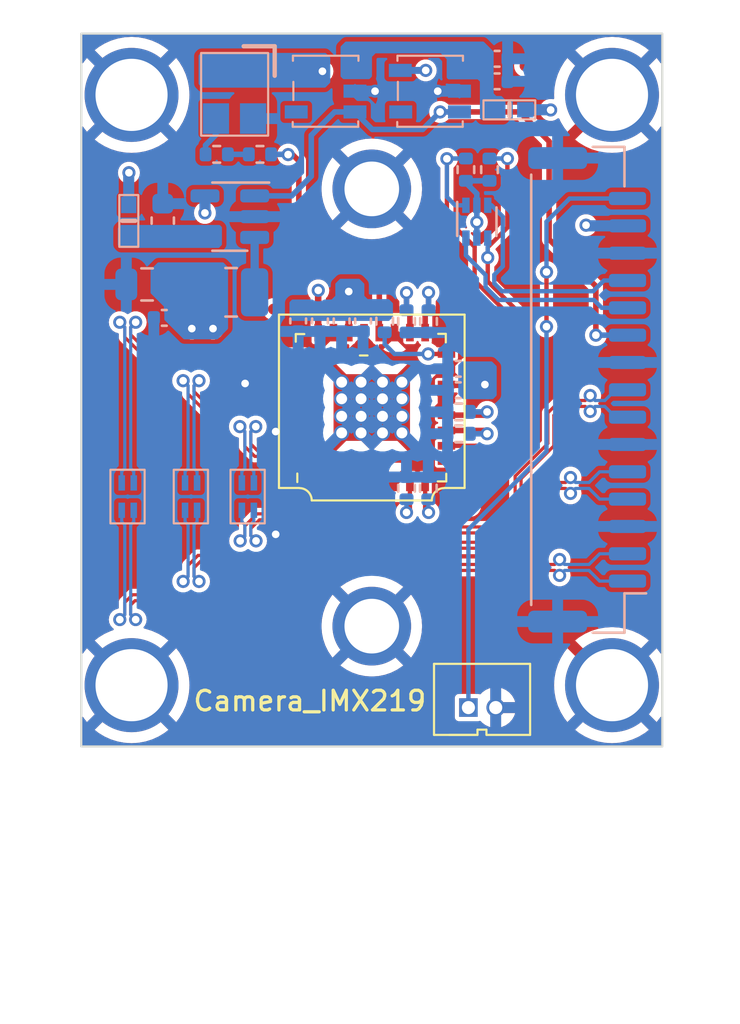
<source format=kicad_pcb>
(kicad_pcb (version 20240108) (generator "pcbnew") (generator_version "8.0")
  (layers (0 "F.Cu" signal) (1 "In1.Cu" signal) (2 "In2.Cu" signal) (31 "B.Cu" signal) (34 "B.Paste" user) (35 "F.Paste" user) (36 "B.SilkS" user "B.Silkscreen") (37 "F.SilkS" user "F.Silkscreen") (38 "B.Mask" user) (39 "F.Mask" user) (44 "Edge.Cuts" user))
  (net 0 "")
  (net 1 "GND")
  (net 2 "Net-(IC1-IN)")
  (net 3 "+1V8")
  (net 4 "+2V8")
  (net 5 "Net-(U1-VIN)")
  (net 6 "+1V2")
  (net 7 "Net-(U2-AF_VDD)")
  (net 8 "+3V3")
  (net 9 "/IMX219/CON_CSI_D0_N")
  (net 10 "/IMX219/CSI_D0N")
  (net 11 "/IMX219/CSI_D0P")
  (net 12 "/IMX219/CON_CSI_D0_P")
  (net 13 "/IMX219/CON_CSI_D1_N")
  (net 14 "/IMX219/CSI_D1N")
  (net 15 "/IMX219/CSI_D1P")
  (net 16 "/IMX219/CON_CSI_D1_P")
  (net 17 "/IMX219/CON_CSI_CLK_N")
  (net 18 "/IMX219/CSI_CLKN")
  (net 19 "/IMX219/CSI_CLKP")
  (net 20 "/IMX219/CON_CSI_CLK_P")
  (net 21 "/IMX219/ENABLE")
  (net 22 "/IMX219/SCL 1V8")
  (net 23 "/IMX219/SDA")
  (net 24 "/IMX219/SDA 1V8")
  (net 25 "/IMX219/SCL")
  (net 26 "Net-(U1-SW)")
  (net 27 "Net-(Y1-OUTPUT)")
  (net 28 "/IMX219/MCLK")
  (net 29 "Net-(U2-XCLR)")
  (net 30 "Net-(U2-GPO)")
  (net 31 "Net-(U2-FSTROBE)")
  (net 32 "/IMX219/IR_CUT_GPIO")
  (net 33 "Net-(U2-AF_EN)")
  (net 34 "Net-(U2-AF_GND)")
  (net 35 "Net-(U2-I_NCK)")
  (net 36 "Net-(U2-I_OUT)")
  (footprint "Footprint Library:Screw Terminal Shinbo_2" (layer "F.Cu") (at 168.09 97.49)
    (property "Reference" "U5" (hide yes))
    (property "Value" "DNP")
  )
  (footprint "Fiducial:Fiducial_0.5mm_Mask1mm" (layer "F.Cu") (at 172.07 99.32)
    (property "Reference" "FID3" (hide yes))
    (property "Value" "Fiducial")
  )
  (footprint "Footprint Library:Screw Terminal Shinbo_2" (layer "F.Cu") (at 179.09 94.79)
    (property "Reference" "U8" (hide yes))
    (property "Value" "DNP")
  )
  (footprint "Fiducial:Fiducial_0.5mm_Mask1mm" (layer "F.Cu") (at 174.59 80.29)
    (property "Reference" "FID1" (hide yes))
    (property "Value" "Fiducial")
  )
  (footprint "Footprint Library:Screw Terminal Shinbo_2" (layer "F.Cu") (at 179.09 74.79)
    (property "Reference" "U7" (hide yes))
    (property "Value" "DNP")
  )
  (footprint "Footprint Library:Screw Terminal Shinbo_2" (layer "F.Cu") (at 168.09 70.49)
    (property "Reference" "U3" (hide yes))
    (property "Value" "DNP")
  )
  (footprint "Fiducial:Fiducial_0.5mm_Mask1mm" (layer "F.Cu") (at 186.11 69.16)
    (property "Reference" "FID4" (hide yes))
    (property "Value" "Fiducial")
  )
  (footprint "IMX219:SBP08047" (layer "F.Cu") (at 179.09 84.79)
    (property "Reference" "U2" (hide yes))
    (property "Value" "SBP08047" (hide yes))
  )
  (footprint "Footprint Library:Screw Terminal Shinbo_2" (layer "F.Cu") (at 190.09 97.49)
    (property "Reference" "U6" (hide yes))
    (property "Value" "DNP")
  )
  (footprint "Fiducial:Fiducial_0.5mm_Mask1mm" (layer "F.Cu") (at 183.59 89.29)
    (property "Reference" "FID2" (hide yes))
    (property "Value" "Fiducial")
  )
  (footprint "Footprint Library:Screw Terminal Shinbo_2" (layer "F.Cu") (at 190.09 70.49)
    (property "Reference" "U4" (hide yes))
    (property "Value" "DNP")
  )
  (footprint "Footprint Library:Con_2Ways_1.25mm" (layer "F.Cu") (at 184.14 98.515)
    (property "Reference" "J2" (hide yes))
    (property "Value" "JST_1x2-1MP_P1.25mm_Vertical" (hide yes))
  )
  (footprint "Capacitor_SMD:C_0402_1005Metric" (layer "B.Cu") (at 175.72 80.83 -90)
    (property "Reference" "C6" (hide yes))
    (property "Value" "1uF")
  )
  (footprint "Capacitor_SMD:C_0402_1005Metric" (layer "B.Cu") (at 184.83 68.84 180)
    (property "Reference" "C2" (hide yes))
    (property "Value" "1uF")
  )
  (footprint "Footprint Library:DLP11SN900HL2L" (layer "B.Cu") (at 173.69 89.49 90)
    (property "Reference" "FL3" (hide yes))
    (property "Value" "90Ω@100MHz 1.88Ω" (hide yes))
  )
  (footprint "Capacitor_SMD:C_0805_2012Metric" (layer "B.Cu") (at 168.8 79.16 180)
    (property "Reference" "C7" (hide yes))
    (property "Value" "10uF	")
  )
  (footprint "Footprint Library:DLP11SN900HL2L" (layer "B.Cu") (at 171.09 89.49 90)
    (property "Reference" "FL2" (hide yes))
    (property "Value" "90Ω@100MHz 1.88Ω" (hide yes))
  )
  (footprint "Package_TO_SOT_SMD:SOT-563" (layer "B.Cu") (at 183.9 76.29 -90)
    (property "Reference" "IC3" (hide yes))
    (property "Value" "DMG1024UV - 7")
  )
  (footprint "Footprint Library:BLM18SP221SN1B" (layer "B.Cu") (at 167.96 76.25 -90)
    (property "Reference" "FB2" (hide yes))
    (property "Value" "600Ω@100MHz 380mΩ " (hide yes))
  )
  (footprint "Footprint Library:OT2EL4C4JI-111OLP-24M" (layer "B.Cu") (at 171.955 69.375 -90)
    (property "Reference" "Y1" (hide yes))
    (property "Value" "OT2EL4C4JI-111OLP-24M" (hide yes))
  )
  (footprint "Resistor_SMD:R_0402_1005Metric" (layer "B.Cu") (at 180.68 80.85 90)
    (property "Reference" "R5" (hide yes))
    (property "Value" "DNP")
  )
  (footprint "Capacitor_SMD:C_0402_1005Metric" (layer "B.Cu") (at 183.05 83.02)
    (property "Reference" "C9" (hide yes))
    (property "Value" "2.2uF")
  )
  (footprint "Capacitor_SMD:C_0402_1005Metric" (layer "B.Cu") (at 184.83 69.87 180)
    (property "Reference" "C1" (hide yes))
    (property "Value" "1uF")
  )
  (footprint "Resistor_SMD:R_0402_1005Metric" (layer "B.Cu") (at 173.97 73.21)
    (property "Reference" "R7" (hide yes))
    (property "Value" "0R")
  )
  (footprint "Capacitor_SMD:C_0402_1005Metric" (layer "B.Cu") (at 183.05 84 180)
    (property "Reference" "C4" (hide yes))
    (property "Value" "1uF")
  )
  (footprint "Resistor_SMD:R_0402_1005Metric" (layer "B.Cu") (at 181.68 88.48 -90)
    (property "Reference" "R9" (hide yes))
    (property "Value" "DNP")
  )
  (footprint "Capacitor_SMD:C_0402_1005Metric" (layer "B.Cu") (at 169.59 80.69)
    (property "Reference" "C10" (hide yes))
    (property "Value" "2.2uF")
  )
  (footprint "Footprint Library:AP7331" (layer "B.Cu") (at 180.395 69.37 -90)
    (property "Reference" "IC2" (hide yes))
    (property "Value" "AP7331-28WG-7" (hide yes))
  )
  (footprint "Package_TO_SOT_SMD:SOT-23-5" (layer "B.Cu") (at 172.59 76.06 180)
    (property "Reference" "U1" (hide yes))
    (property "Value" "PAM2301CAAB120")
  )
  (footprint "Resistor_SMD:R_0402_1005Metric" (layer "B.Cu") (at 183.07 84.99)
    (property "Reference" "R10" (hide yes))
    (property "Value" "DNP")
  )
  (footprint "Resistor_SMD:R_0402_1005Metric" (layer "B.Cu") (at 183.4 73.91 90)
    (property "Reference" "R1" (hide yes))
    (property "Value" "2.2K")
  )
  (footprint "Capacitor_SMD:C_0402_1005Metric" (layer "B.Cu") (at 176.72 80.83 90)
    (property "Reference" "C8" (hide yes))
    (property "Value" "220nF")
  )
  (footprint "Resistor_SMD:R_0402_1005Metric" (layer "B.Cu") (at 181.69 80.85 90)
    (property "Reference" "R4" (hide yes))
    (property "Value" "0R")
  )
  (footprint "Inductor_SMD:L_1008_2520Metric" (layer "B.Cu") (at 172.65 79.52 180)
    (property "Reference" "L1" (hide yes))
    (property "Value" "1.8A 2.2uH")
  )
  (footprint "Footprint Library:JST_1x15-1MP_P1.25mm_Vertical" (layer "B.Cu") (at 188.95 83.98 90)
    (property "Reference" "J1" (hide yes))
    (property "Value" "JST_1x15-1MP_P1.25mm_Vertical" (hide yes))
  )
  (footprint "Footprint Library:AP7331" (layer "B.Cu") (at 175.61 69.37 -90)
    (property "Reference" "IC1" (hide yes))
    (property "Value" "AP7331-18WG-7" (hide yes))
  )
  (footprint "Footprint Library:BLM18SP221SN1B" (layer "B.Cu") (at 185.395 71.17 180)
    (property "Reference" "FB1" (hide yes))
    (property "Value" "600Ω@100MHz 380mΩ " (hide yes))
  )
  (footprint "Capacitor_SMD:C_0402_1005Metric" (layer "B.Cu") (at 178.69 80.83 90)
    (property "Reference" "C11" (hide yes))
    (property "Value" "1uF")
  )
  (footprint "Resistor_SMD:R_0402_1005Metric" (layer "B.Cu") (at 180.68 88.48 -90)
    (property "Reference" "R11" (hide yes))
    (property "Value" "0R")
  )
  (footprint "Resistor_SMD:R_0402_1005Metric" (layer "B.Cu") (at 179.68 80.84 -90)
    (property "Reference" "R6" (hide yes))
    (property "Value" "0R")
  )
  (footprint "Footprint Library:DLP11SN900HL2L" (layer "B.Cu") (at 168.19 89.489997 90)
    (property "Reference" "FL1" (hide yes))
    (property "Value" "90Ω@100MHz 1.88Ω" (hide yes))
  )
  (footprint "Capacitor_SMD:C_0402_1005Metric" (layer "B.Cu") (at 177.71 80.83 -90)
    (property "Reference" "C3" (hide yes))
    (property "Value" "1uF")
  )
  (footprint "Resistor_SMD:R_0402_1005Metric" (layer "B.Cu") (at 183.07 85.99)
    (property "Reference" "R8" (hide yes))
    (property "Value" "DNP")
  )
  (footprint "Resistor_SMD:R_0402_1005Metric" (layer "B.Cu") (at 184.48 73.91 90)
    (property "Reference" "R2" (hide yes))
    (property "Value" "2.2K")
  )
  (footprint "Capacitor_SMD:C_0603_1608Metric" (layer "B.Cu") (at 169.52 76.24 90)
    (property "Reference" "C5" (hide yes))
    (property "Value" "4.7uF")
  )
  (footprint "Resistor_SMD:R_0402_1005Metric" (layer "B.Cu") (at 171.99 73.21)
    (property "Reference" "R3" (hide yes))
    (property "Value" "22R")
  )
  (gr_rect (start 165.79 67.69) (end 192.39 100.29) (stroke (width 0.1)) (fill none) (layer "Edge.Cuts"))
  (gr_text "Camera_IMX219\n" (at 170.84 98.74 0) (layer "F.SilkS") (effects (font (size 0.9 0.9)) (justify left bottom)))
  (via (at 173.29 83.69) (size 0.6) (drill 0.35) (layers "F.Cu" "B.Cu") (net 1))
  (via (at 174.69 90.59) (size 0.6) (drill 0.35) (layers "F.Cu" "B.Cu") (net 1))
  (via (at 174.69 85.89) (size 0.6) (drill 0.35) (layers "F.Cu" "B.Cu") (net 1))
  (via (at 179.24 70.32) (size 0.6) (drill 0.35) (layers "F.Cu" "B.Cu") (net 1))
  (via (at 182.11 70.32) (size 0.6) (drill 0.35) (layers "F.Cu" "B.Cu") (net 1))
  (segment (start 178.32 70.32) (end 179.24 70.32) (width 0.508) (layer "B.Cu") (net 1))
  (segment (start 182.11 70.32) (end 183.105 70.32) (width 0.508) (layer "B.Cu") (net 1))
  (segment (start 178.035 79.485) (end 178.035 81.365) (width 0.3) (layer "F.Cu") (net 3))
  (via (at 176.83 69.41) (size 0.6) (drill 0.35) (layers "F.Cu" "B.Cu") (net 3))
  (via (at 183.9 76.31) (size 0.6) (drill 0.35) (layers "F.Cu" "B.Cu") (net 3))
  (via (at 178.035 79.485) (size 0.6) (drill 0.35) (layers "F.Cu" "B.Cu") (net 3))
  (segment (start 183.4 74.42) (end 184.48 74.42) (width 0.254) (layer "B.Cu") (net 3))
  (segment (start 183.9 77.04) (end 183.9 76.31) (width 0.254) (layer "B.Cu") (net 3))
  (segment (start 183.9 75.54) (end 183.9 75.01) (width 0.254) (layer "B.Cu") (net 3))
  (segment (start 183.9 76.31) (end 183.9 75.54) (width 0.254) (layer "B.Cu") (net 3))
  (segment (start 183.4 74.51) (end 183.4 74.42) (width 0.254) (layer "B.Cu") (net 3))
  (segment (start 183.9 75.01) (end 183.4 74.51) (width 0.254) (layer "B.Cu") (net 3))
  (segment (start 182.51 83.74) (end 184.27 83.74) (width 0.321) (layer "F.Cu") (net 4))
  (via (at 184.27 83.74) (size 0.6) (drill 0.35) (layers "F.Cu" "B.Cu") (net 4))
  (via (at 181.56 69.37) (size 0.6) (drill 0.35) (layers "F.Cu" "B.Cu") (net 4))
  (segment (start 181.56 69.37) (end 180.395 69.37) (width 0.321) (layer "B.Cu") (net 4))
  (segment (start 176.635 79.435) (end 176.635 81.365) (width 0.3) (layer "F.Cu") (net 6))
  (segment (start 176.64 79.43) (end 176.635 79.435) (width 0.2) (layer "F.Cu") (net 6))
  (via (at 171.82 81.18) (size 0.6) (drill 0.35) (layers "F.Cu" "B.Cu") (net 6))
  (via (at 170.85 81.18) (size 0.6) (drill 0.35) (layers "F.Cu" "B.Cu") (net 6))
  (via (at 171.45 75.89) (size 0.6) (drill 0.35) (layers "F.Cu" "B.Cu") (net 6))
  (via (at 176.64 79.43) (size 0.6) (drill 0.35) (layers "F.Cu" "B.Cu") (net 6))
  (segment (start 171.4525 75.8875) (end 171.45 75.89) (width 0.508) (layer "B.Cu") (net 6))
  (segment (start 171.4525 75.11) (end 171.4525 75.8875) (width 0.508) (layer "B.Cu") (net 6))
  (segment (start 181.69 89.59) (end 181.535 89.435) (width 0.2) (layer "F.Cu") (net 7))
  (segment (start 181.535 89.435) (end 181.535 88.215) (width 0.2) (layer "F.Cu") (net 7))
  (via (at 181.69 89.59) (size 0.6) (drill 0.35) (layers "F.Cu" "B.Cu") (net 7))
  (segment (start 181.68 89.58) (end 181.69 89.59) (width 0.2) (layer "B.Cu") (net 7))
  (segment (start 181.68 88.99) (end 181.68 89.58) (width 0.2) (layer "B.Cu") (net 7))
  (via (at 187.28 71.18) (size 0.6) (drill 0.35) (layers "F.Cu" "B.Cu") (net 8))
  (via (at 188.9 76.45) (size 0.6) (drill 0.35) (layers "F.Cu" "B.Cu") (net 8))
  (via (at 167.97 74.05) (size 0.6) (drill 0.35) (layers "F.Cu" "B.Cu") (net 8))
  (segment (start 188.93 76.48) (end 190.8 76.48) (width 0.508) (layer "B.Cu") (net 8))
  (segment (start 186.12 71.17) (end 187.27 71.17) (width 0.508) (layer "B.Cu") (net 8))
  (segment (start 188.9 76.45) (end 188.93 76.48) (width 0.508) (layer "B.Cu") (net 8))
  (segment (start 167.96 74.06) (end 167.96 75.525) (width 0.508) (layer "B.Cu") (net 8))
  (segment (start 187.27 71.17) (end 187.28 71.18) (width 0.508) (layer "B.Cu") (net 8))
  (segment (start 167.97 74.05) (end 167.96 74.06) (width 0.508) (layer "B.Cu") (net 8))
  (segment (start 168.0513 93.821458) (end 168.246458 93.6263) (width 0.1456) (layer "F.Cu") (net 9))
  (segment (start 175.446458 93.6263) (end 176.831458 92.2413) (width 0.1456) (layer "F.Cu") (net 9))
  (segment (start 168.246458 93.6263) (end 175.446458 93.6263) (width 0.1456) (layer "F.Cu") (net 9))
  (segment (start 168.2785 94.49) (end 168.0513 94.2628) (width 0.1456) (layer "F.Cu") (net 9))
  (segment (start 176.831458 92.2413) (end 187.4628 92.2413) (width 0.1456) (layer "F.Cu") (net 9))
  (segment (start 168.0513 94.2628) (end 168.0513 93.821458) (width 0.1456) (layer "F.Cu") (net 9))
  (segment (start 187.4628 92.2413) (end 187.69 92.4685) (width 0.1456) (layer "F.Cu") (net 9))
  (via (at 168.2785 94.49) (size 0.6) (drill 0.35) (layers "F.Cu" "B.Cu") (net 9))
  (via (at 187.69 92.4685) (size 0.6) (drill 0.35) (layers "F.Cu" "B.Cu") (net 9))
  (segment (start 168.19 89.489997) (end 168.19 90.014998) (width 0.1456) (layer "B.Cu") (net 9))
  (segment (start 190.8 92.73) (end 189.524999 92.73) (width 0.1456) (layer "B.Cu") (net 9))
  (segment (start 189.524999 92.73) (end 189.036299 92.2413) (width 0.1456) (layer "B.Cu") (net 9))
  (segment (start 189.036299 92.2413) (end 187.9172 92.2413) (width 0.1456) (layer "B.Cu") (net 9))
  (segment (start 187.9172 92.2413) (end 187.69 92.4685) (width 0.1456) (layer "B.Cu") (net 9))
  (segment (start 168.0513 94.2628) (end 168.2785 94.49) (width 0.1456) (layer "B.Cu") (net 9))
  (segment (start 168.0513 90.153698) (end 168.0513 94.2628) (width 0.1456) (layer "B.Cu") (net 9))
  (segment (start 168.19 90.014998) (end 168.0513 90.153698) (width 0.1456) (layer "B.Cu") (net 9))
  (segment (start 168.0513 81.1172) (end 168.0513 81.458542) (width 0.1456) (layer "F.Cu") (net 10))
  (segment (start 174.846299 82.5537) (end 175.059999 82.34) (width 0.1456) (layer "F.Cu") (net 10))
  (segment (start 175.059999 82.34) (end 175.66 82.34) (width 0.1456) (layer "F.Cu") (net 10))
  (segment (start 168.2785 80.89) (end 168.0513 81.1172) (width 0.1456) (layer "F.Cu") (net 10))
  (segment (start 169.146458 82.5537) (end 174.846299 82.5537) (width 0.1456) (layer "F.Cu") (net 10))
  (segment (start 168.0513 81.458542) (end 169.146458 82.5537) (width 0.1456) (layer "F.Cu") (net 10))
  (via (at 168.2785 80.89) (size 0.6) (drill 0.35) (layers "F.Cu" "B.Cu") (net 10))
  (segment (start 168.0513 87.576296) (end 168.0513 81.1172) (width 0.1456) (layer "B.Cu") (net 10))
  (segment (start 168.19 88.239997) (end 168.19 87.714996) (width 0.1456) (layer "B.Cu") (net 10))
  (segment (start 168.19 87.714996) (end 168.0513 87.576296) (width 0.1456) (layer "B.Cu") (net 10))
  (segment (start 168.0513 81.1172) (end 168.2785 80.89) (width 0.1456) (layer "B.Cu") (net 10))
  (segment (start 169.033542 82.8263) (end 174.846299 82.8263) (width 0.1456) (layer "F.Cu") (net 11))
  (segment (start 174.846299 82.8263) (end 175.059999 83.04) (width 0.1456) (layer "F.Cu") (net 11))
  (segment (start 167.5515 80.89) (end 167.7787 81.1172) (width 0.1456) (layer "F.Cu") (net 11))
  (segment (start 167.7787 81.1172) (end 167.7787 81.571458) (width 0.1456) (layer "F.Cu") (net 11))
  (segment (start 175.059999 83.04) (end 175.66 83.04) (width 0.1456) (layer "F.Cu") (net 11))
  (segment (start 167.7787 81.571458) (end 169.033542 82.8263) (width 0.1456) (layer "F.Cu") (net 11))
  (via (at 167.5515 80.89) (size 0.6) (drill 0.35) (layers "F.Cu" "B.Cu") (net 11))
  (segment (start 167.7787 87.576296) (end 167.7787 81.1172) (width 0.1456) (layer "B.Cu") (net 11))
  (segment (start 167.64 88.239997) (end 167.64 87.714996) (width 0.1456) (layer "B.Cu") (net 11))
  (segment (start 167.64 87.714996) (end 167.7787 87.576296) (width 0.1456) (layer "B.Cu") (net 11))
  (segment (start 167.7787 81.1172) (end 167.5515 80.89) (width 0.1456) (layer "B.Cu") (net 11))
  (segment (start 167.7787 93.708542) (end 168.133542 93.3537) (width 0.1456) (layer "F.Cu") (net 12))
  (segment (start 175.333542 93.3537) (end 176.718542 91.9687) (width 0.1456) (layer "F.Cu") (net 12))
  (segment (start 187.4628 91.9687) (end 187.69 91.7415) (width 0.1456) (layer "F.Cu") (net 12))
  (segment (start 168.133542 93.3537) (end 175.333542 93.3537) (width 0.1456) (layer "F.Cu") (net 12))
  (segment (start 176.718542 91.9687) (end 187.4628 91.9687) (width 0.1456) (layer "F.Cu") (net 12))
  (segment (start 167.5515 94.49) (end 167.7787 94.2628) (width 0.1456) (layer "F.Cu") (net 12))
  (segment (start 167.7787 94.2628) (end 167.7787 93.708542) (width 0.1456) (layer "F.Cu") (net 12))
  (via (at 167.5515 94.49) (size 0.6) (drill 0.35) (layers "F.Cu" "B.Cu") (net 12))
  (via (at 187.69 91.7415) (size 0.6) (drill 0.35) (layers "F.Cu" "B.Cu") (net 12))
  (segment (start 167.64 89.489997) (end 167.64 90.014998) (width 0.1456) (layer "B.Cu") (net 12))
  (segment (start 167.7787 90.153698) (end 167.7787 94.2628) (width 0.1456) (layer "B.Cu") (net 12))
  (segment (start 187.9172 91.9687) (end 187.69 91.7415) (width 0.1456) (layer "B.Cu") (net 12))
  (segment (start 167.7787 94.2628) (end 167.5515 94.49) (width 0.1456) (layer "B.Cu") (net 12))
  (segment (start 189.036299 91.9687) (end 187.9172 91.9687) (width 0.1456) (layer "B.Cu") (net 12))
  (segment (start 189.524999 91.48) (end 189.036299 91.9687) (width 0.1456) (layer "B.Cu") (net 12))
  (segment (start 190.8 91.48) (end 189.524999 91.48) (width 0.1456) (layer "B.Cu") (net 12))
  (segment (start 167.64 90.014998) (end 167.7787 90.153698) (width 0.1456) (layer "B.Cu") (net 12))
  (segment (start 186.246458 91.2263) (end 175.373631 91.2263) (width 0.1456) (layer "F.Cu") (net 13))
  (segment (start 174.773631 91.8263) (end 171.246458 91.8263) (width 0.1456) (layer "F.Cu") (net 13))
  (segment (start 187.9628 88.4913) (end 187.181458 88.4913) (width 0.1456) (layer "F.Cu") (net 13))
  (segment (start 170.9513 92.121458) (end 170.9513 92.517213) (width 0.1456) (layer "F.Cu") (net 13))
  (segment (start 170.9513 92.517213) (end 171.179962 92.745875) (width 0.1456) (layer "F.Cu") (net 13))
  (segment (start 171.246458 91.8263) (end 170.9513 92.121458) (width 0.1456) (layer "F.Cu") (net 13))
  (segment (start 186.9263 90.546458) (end 186.246458 91.2263) (width 0.1456) (layer "F.Cu") (net 13))
  (segment (start 187.181458 88.4913) (end 186.9263 88.746458) (width 0.1456) (layer "F.Cu") (net 13))
  (segment (start 175.373631 91.2263) (end 174.773631 91.8263) (width 0.1456) (layer "F.Cu") (net 13))
  (segment (start 188.19 88.7185) (end 187.9628 88.4913) (width 0.1456) (layer "F.Cu") (net 13))
  (segment (start 186.9263 88.746458) (end 186.9263 90.546458) (width 0.1456) (layer "F.Cu") (net 13))
  (via (at 171.179962 92.745875) (size 0.6) (drill 0.35) (layers "F.Cu" "B.Cu") (net 13))
  (via (at 188.19 88.7185) (size 0.6) (drill 0.35) (layers "F.Cu" "B.Cu") (net 13))
  (segment (start 171.179962 92.745875) (end 170.9513 92.517213) (width 0.1456) (layer "B.Cu") (net 13))
  (segment (start 190.8 88.98) (end 189.524999 88.98) (width 0.1456) (layer "B.Cu") (net 13))
  (segment (start 170.9513 90.153701) (end 171.09 90.015001) (width 0.1456) (layer "B.Cu") (net 13))
  (segment (start 189.036299 88.4913) (end 188.4172 88.4913) (width 0.1456) (layer "B.Cu") (net 13))
  (segment (start 188.4172 88.4913) (end 188.19 88.7185) (width 0.1456) (layer "B.Cu") (net 13))
  (segment (start 170.9513 92.517213) (end 170.9513 90.153701) (width 0.1456) (layer "B.Cu") (net 13))
  (segment (start 171.09 90.015001) (end 171.09 89.49) (width 0.1456) (layer "B.Cu") (net 13))
  (segment (start 189.524999 88.98) (end 189.036299 88.4913) (width 0.1456) (layer "B.Cu") (net 13))
  (segment (start 170.9513 83.7898) (end 170.9513 84.058542) (width 0.1456) (layer "F.Cu") (net 14))
  (segment (start 174.846299 84.6537) (end 175.059999 84.44) (width 0.1456) (layer "F.Cu") (net 14))
  (segment (start 170.9513 84.058542) (end 171.546458 84.6537) (width 0.1456) (layer "F.Cu") (net 14))
  (segment (start 175.059999 84.44) (end 175.66 84.44) (width 0.1456) (layer "F.Cu") (net 14))
  (segment (start 171.1785 83.5626) (end 170.9513 83.7898) (width 0.1456) (layer "F.Cu") (net 14))
  (segment (start 171.546458 84.6537) (end 174.846299 84.6537) (width 0.1456) (layer "F.Cu") (net 14))
  (via (at 171.1785 83.5626) (size 0.6) (drill 0.35) (layers "F.Cu" "B.Cu") (net 14))
  (segment (start 171.09 87.714999) (end 170.9513 87.576299) (width 0.1456) (layer "B.Cu") (net 14))
  (segment (start 170.9513 83.7898) (end 171.1785 83.5626) (width 0.1456) (layer "B.Cu") (net 14))
  (segment (start 170.9513 87.576299) (end 170.9513 83.7898) (width 0.1456) (layer "B.Cu") (net 14))
  (segment (start 171.09 88.24) (end 171.09 87.714999) (width 0.1456) (layer "B.Cu") (net 14))
  (segment (start 170.6787 83.7898) (end 170.6787 84.171458) (width 0.1456) (layer "F.Cu") (net 15))
  (segment (start 170.6787 84.171458) (end 171.433542 84.9263) (width 0.1456) (layer "F.Cu") (net 15))
  (segment (start 171.433542 84.9263) (end 174.846299 84.9263) (width 0.1456) (layer "F.Cu") (net 15))
  (segment (start 174.846299 84.9263) (end 175.059999 85.14) (width 0.1456) (layer "F.Cu") (net 15))
  (segment (start 170.4515 83.5626) (end 170.6787 83.7898) (width 0.1456) (layer "F.Cu") (net 15))
  (segment (start 175.059999 85.14) (end 175.66 85.14) (width 0.1456) (layer "F.Cu") (net 15))
  (via (at 170.4515 83.5626) (size 0.6) (drill 0.35) (layers "F.Cu" "B.Cu") (net 15))
  (segment (start 170.54 87.714999) (end 170.6787 87.576299) (width 0.1456) (layer "B.Cu") (net 15))
  (segment (start 170.6787 83.7898) (end 170.4515 83.5626) (width 0.1456) (layer "B.Cu") (net 15))
  (segment (start 170.54 88.24) (end 170.54 87.714999) (width 0.1456) (layer "B.Cu") (net 15))
  (segment (start 170.6787 87.576299) (end 170.6787 83.7898) (width 0.1456) (layer "B.Cu") (net 15))
  (segment (start 186.6537 88.633542) (end 186.6537 90.433542) (width 0.1456) (layer "F.Cu") (net 16))
  (segment (start 188.19 87.9915) (end 187.9628 88.2187) (width 0.1456) (layer "F.Cu") (net 16))
  (segment (start 187.9628 88.2187) (end 187.068542 88.2187) (width 0.1456) (layer "F.Cu") (net 16))
  (segment (start 186.133542 90.9537) (end 175.260715 90.9537) (width 0.1456) (layer "F.Cu") (net 16))
  (segment (start 186.6537 90.433542) (end 186.133542 90.9537) (width 0.1456) (layer "F.Cu") (net 16))
  (segment (start 170.6787 92.008542) (end 170.6787 92.518139) (width 0.1456) (layer "F.Cu") (net 16))
  (segment (start 174.660715 91.5537) (end 171.133542 91.5537) (width 0.1456) (layer "F.Cu") (net 16))
  (segment (start 187.068542 88.2187) (end 186.6537 88.633542) (width 0.1456) (layer "F.Cu") (net 16))
  (segment (start 170.6787 92.518139) (end 170.452962 92.743877) (width 0.1456) (layer "F.Cu") (net 16))
  (segment (start 171.133542 91.5537) (end 170.6787 92.008542) (width 0.1456) (layer "F.Cu") (net 16))
  (segment (start 175.260715 90.9537) (end 174.660715 91.5537) (width 0.1456) (layer "F.Cu") (net 16))
  (via (at 188.19 87.9915) (size 0.6) (drill 0.35) (layers "F.Cu" "B.Cu") (net 16))
  (via (at 170.452962 92.743877) (size 0.6) (drill 0.35) (layers "F.Cu" "B.Cu") (net 16))
  (segment (start 189.524999 87.73) (end 189.036299 88.2187) (width 0.1456) (layer "B.Cu") (net 16))
  (segment (start 170.6787 92.518139) (end 170.6787 90.153701) (width 0.1456) (layer "B.Cu") (net 16))
  (segment (start 170.452962 92.743877) (end 170.6787 92.518139) (width 0.1456) (layer "B.Cu") (net 16))
  (segment (start 170.54 90.015001) (end 170.54 89.49) (width 0.1456) (layer "B.Cu") (net 16))
  (segment (start 190.8 87.73) (end 189.524999 87.73) (width 0.1456) (layer "B.Cu") (net 16))
  (segment (start 189.036299 88.2187) (end 188.4172 88.2187) (width 0.1456) (layer "B.Cu") (net 16))
  (segment (start 170.6787 90.153701) (end 170.54 90.015001) (width 0.1456) (layer "B.Cu") (net 16))
  (segment (start 188.4172 88.2187) (end 188.19 87.9915) (width 0.1456) (layer "B.Cu") (net 16))
  (segment (start 187.4263 86.546458) (end 185.9263 88.046458) (width 0.1456) (layer "F.Cu") (net 17))
  (segment (start 185.9263 90.046458) (end 185.446458 90.5263) (width 0.1456) (layer "F.Cu") (net 17))
  (segment (start 173.946458 89.9263) (end 173.5513 90.321458) (width 0.1456) (layer "F.Cu") (net 17))
  (segment (start 173.5513 90.321458) (end 173.5513 90.6513) (width 0.1456) (layer "F.Cu") (net 17))
  (segment (start 189.09 84.9685) (end 188.8628 84.7413) (width 0.1456) (layer "F.Cu") (net 17))
  (segment (start 173.5513 90.6513) (end 173.79 90.89) (width 0.1456) (layer "F.Cu") (net 17))
  (segment (start 185.446458 90.5263) (end 175.533542 90.5263) (width 0.1456) (layer "F.Cu") (net 17))
  (segment (start 174.933542 89.9263) (end 173.946458 89.9263) (width 0.1456) (layer "F.Cu") (net 17))
  (segment (start 175.533542 90.5263) (end 174.933542 89.9263) (width 0.1456) (layer "F.Cu") (net 17))
  (segment (start 185.9263 88.046458) (end 185.9263 90.046458) (width 0.1456) (layer "F.Cu") (net 17))
  (segment (start 188.8628 84.7413) (end 187.831458 84.7413) (width 0.1456) (layer "F.Cu") (net 17))
  (segment (start 187.4263 85.146458) (end 187.4263 86.546458) (width 0.1456) (layer "F.Cu") (net 17))
  (segment (start 187.831458 84.7413) (end 187.4263 85.146458) (width 0.1456) (layer "F.Cu") (net 17))
  (via (at 173.79 90.89) (size 0.6) (drill 0.35) (layers "F.Cu" "B.Cu") (net 17))
  (via (at 189.09 84.9685) (size 0.6) (drill 0.35) (layers "F.Cu" "B.Cu") (net 17))
  (segment (start 189.3172 84.7413) (end 189.09 84.9685) (width 0.1456) (layer "B.Cu") (net 17))
  (segment (start 189.7613 84.7413) (end 189.3172 84.7413) (width 0.1456) (layer "B.Cu") (net 17))
  (segment (start 173.5513 90.6513) (end 173.5513 90.153701) (width 0.1456) (layer "B.Cu") (net 17))
  (segment (start 190.8 85.23) (end 190.25 85.23) (width 0.1456) (layer "B.Cu") (net 17))
  (segment (start 173.69 90.015001) (end 173.69 89.49) (width 0.1456) (layer "B.Cu") (net 17))
  (segment (start 190.25 85.23) (end 189.7613 84.7413) (width 0.1456) (layer "B.Cu") (net 17))
  (segment (start 173.79 90.89) (end 173.5513 90.6513) (width 0.1456) (layer "B.Cu") (net 17))
  (segment (start 173.5513 90.153701) (end 173.69 90.015001) (width 0.1456) (layer "B.Cu") (net 17))
  (segment (start 173.846458 86.7537) (end 174.846299 86.7537) (width 0.1456) (layer "F.Cu") (net 18))
  (segment (start 173.7785 85.6626) (end 173.5513 85.8898) (width 0.1456) (layer "F.Cu") (net 18))
  (segment (start 173.5513 86.458542) (end 173.846458 86.7537) (width 0.1456) (layer "F.Cu") (net 18))
  (segment (start 175.059999 86.54) (end 175.66 86.54) (width 0.1456) (layer "F.Cu") (net 18))
  (segment (start 174.846299 86.7537) (end 175.059999 86.54) (width 0.1456) (layer "F.Cu") (net 18))
  (segment (start 173.5513 85.8898) (end 173.5513 86.458542) (width 0.1456) (layer "F.Cu") (net 18))
  (via (at 173.7785 85.6626) (size 0.6) (drill 0.35) (layers "F.Cu" "B.Cu") (net 18))
  (segment (start 173.5513 85.8898) (end 173.7785 85.6626) (width 0.1456) (layer "B.Cu") (net 18))
  (segment (start 173.69 87.714999) (end 173.5513 87.576299) (width 0.1456) (layer "B.Cu") (net 18))
  (segment (start 173.69 88.24) (end 173.69 87.714999) (width 0.1456) (layer "B.Cu") (net 18))
  (segment (start 173.5513 87.576299) (end 173.5513 85.8898) (width 0.1456) (layer "B.Cu") (net 18))
  (segment (start 175.059999 87.24) (end 175.66 87.24) (width 0.1456) (layer "F.Cu") (net 19))
  (segment (start 174.846299 87.0263) (end 175.059999 87.24) (width 0.1456) (layer "F.Cu") (net 19))
  (segment (start 173.733542 87.0263) (end 174.846299 87.0263) (width 0.1456) (layer "F.Cu") (net 19))
  (segment (start 173.2787 86.571458) (end 173.733542 87.0263) (width 0.1456) (layer "F.Cu") (net 19))
  (segment (start 173.0515 85.6626) (end 173.2787 85.8898) (width 0.1456) (layer "F.Cu") (net 19))
  (segment (start 173.2787 85.8898) (end 173.2787 86.571458) (width 0.1456) (layer "F.Cu") (net 19))
  (via (at 173.0515 85.6626) (size 0.6) (drill 0.35) (layers "F.Cu" "B.Cu") (net 19))
  (segment (start 173.14 88.24) (end 173.14 87.714999) (width 0.1456) (layer "B.Cu") (net 19))
  (segment (start 173.2787 87.576299) (end 173.2787 85.8898) (width 0.1456) (layer "B.Cu") (net 19))
  (segment (start 173.14 87.714999) (end 173.2787 87.576299) (width 0.1456) (layer "B.Cu") (net 19))
  (segment (start 173.2787 85.8898) (end 173.0515 85.6626) (width 0.1456) (layer "B.Cu") (net 19))
  (segment (start 187.718542 84.4687) (end 187.1537 85.033542) (width 0.1456) (layer "F.Cu") (net 20))
  (segment (start 173.833542 89.6537) (end 173.2787 90.208542) (width 0.1456) (layer "F.Cu") (net 20))
  (segment (start 185.6537 89.933542) (end 185.333542 90.2537) (width 0.1456) (layer "F.Cu") (net 20))
  (segment (start 187.1537 86.433542) (end 185.6537 87.933542) (width 0.1456) (layer "F.Cu") (net 20))
  (segment (start 173.2787 90.208542) (end 173.2787 90.674297) (width 0.1456) (layer "F.Cu") (net 20))
  (segment (start 188.8628 84.4687) (end 187.718542 84.4687) (width 0.1456) (layer "F.Cu") (net 20))
  (segment (start 189.09 84.2415) (end 188.8628 84.4687) (width 0.1456) (layer "F.Cu") (net 20))
  (segment (start 185.6537 87.933542) (end 185.6537 89.933542) (width 0.1456) (layer "F.Cu") (net 20))
  (segment (start 175.046458 89.6537) (end 173.833542 89.6537) (width 0.1456) (layer "F.Cu") (net 20))
  (segment (start 175.646458 90.2537) (end 175.046458 89.6537) (width 0.1456) (layer "F.Cu") (net 20))
  (segment (start 187.1537 85.033542) (end 187.1537 86.433542) (width 0.1456) (layer "F.Cu") (net 20))
  (segment (start 185.333542 90.2537) (end 175.646458 90.2537) (width 0.1456) (layer "F.Cu") (net 20))
  (segment (start 173.2787 90.674297) (end 173.062997 90.89) (width 0.1456) (layer "F.Cu") (net 20))
  (via (at 173.062997 90.89) (size 0.6) (drill 0.35) (layers "F.Cu" "B.Cu") (net 20))
  (via (at 189.09 84.2415) (size 0.6) (drill 0.35) (layers "F.Cu" "B.Cu") (net 20))
  (segment (start 173.062997 90.89) (end 173.2787 90.674297) (width 0.1456) (layer "B.Cu") (net 20))
  (segment (start 190.25 83.98) (end 189.7613 84.4687) (width 0.1456) (layer "B.Cu") (net 20))
  (segment (start 189.7613 84.4687) (end 189.3172 84.4687) (width 0.1456) (layer "B.Cu") (net 20))
  (segment (start 173.14 90.015001) (end 173.14 89.49) (width 0.1456) (layer "B.Cu") (net 20))
  (segment (start 189.3172 84.4687) (end 189.09 84.2415) (width 0.1456) (layer "B.Cu") (net 20))
  (segment (start 173.2787 90.153701) (end 173.14 90.015001) (width 0.1456) (layer "B.Cu") (net 20))
  (segment (start 190.8 83.98) (end 190.25 83.98) (width 0.1456) (layer "B.Cu") (net 20))
  (segment (start 173.2787 90.674297) (end 173.2787 90.153701) (width 0.1456) (layer "B.Cu") (net 20))
  (segment (start 185.86 71.27) (end 187.21 72.62) (width 0.254) (layer "F.Cu") (net 21))
  (segment (start 187.21 77.1) (end 189.35 79.24) (width 0.254) (layer "F.Cu") (net 21))
  (segment (start 189.35 79.24) (end 189.35 81.48) (width 0.254) (layer "F.Cu") (net 21))
  (segment (start 187.21 72.62) (end 187.21 77.1) (width 0.254) (layer "F.Cu") (net 21))
  (segment (start 182.22 71.27) (end 185.86 71.27) (width 0.254) (layer "F.Cu") (net 21))
  (via (at 189.35 81.48) (size 0.6) (drill 0.35) (layers "F.Cu" "B.Cu") (net 21))
  (via (at 182.22 71.27) (size 0.6) (drill 0.35) (layers "F.Cu" "B.Cu") (net 21))
  (segment (start 173.7275 75.11) (end 175.42 75.11) (width 0.254) (layer "B.Cu") (net 21))
  (segment (start 176.32 74.21) (end 176.32 72.34) (width 0.254) (layer "B.Cu") (net 21))
  (segment (start 176.32 72.34) (end 177.39 71.27) (width 0.254) (layer "B.Cu") (net 21))
  (segment (start 182.22 71.27) (end 183.105 71.27) (width 0.254) (layer "B.Cu") (net 21))
  (segment (start 181.42 72.07) (end 182.22 71.27) (width 0.254) (layer "B.Cu") (net 21))
  (segment (start 178.32 71.28) (end 179.11 72.07) (width 0.254) (layer "B.Cu") (net 21))
  (segment (start 175.42 75.11) (end 176.32 74.21) (width 0.254) (layer "B.Cu") (net 21))
  (segment (start 178.32 71.27) (end 178.32 71.28) (width 0.254) (layer "B.Cu") (net 21))
  (segment (start 179.11 72.07) (end 181.42 72.07) (width 0.254) (layer "B.Cu") (net 21))
  (segment (start 189.35 81.48) (end 190.8 81.48) (width 0.254) (layer "B.Cu") (net 21))
  (segment (start 177.39 71.27) (end 178.32 71.27) (width 0.254) (layer "B.Cu") (net 21))
  (segment (start 185.24 86.68) (end 184.01 86.68) (width 0.2) (layer "F.Cu") (net 22))
  (segment (start 183.87 86.54) (end 182.51 86.54) (width 0.2) (layer "F.Cu") (net 22))
  (segment (start 182.53 73.41) (end 182.53 76.17) (width 0.2) (layer "F.Cu") (net 22))
  (segment (start 183.8 77.44) (end 183.8 78.985686) (width 0.2) (layer "F.Cu") (net 22))
  (segment (start 182.53 76.17) (end 183.8 77.44) (width 0.2) (layer "F.Cu") (net 22))
  (segment (start 185.81 80.995686) (end 185.81 86.11) (width 0.2) (layer "F.Cu") (net 22))
  (segment (start 184.01 86.68) (end 183.87 86.54) (width 0.2) (layer "F.Cu") (net 22))
  (segment (start 183.8 78.985686) (end 185.81 80.995686) (width 0.2) (layer "F.Cu") (net 22))
  (segment (start 185.81 86.11) (end 185.24 86.68) (width 0.2) (layer "F.Cu") (net 22))
  (via (at 182.53 73.41) (size 0.6) (drill 0.35) (layers "F.Cu" "B.Cu") (net 22))
  (segment (start 182.53 73.41) (end 182.53 75.16) (width 0.2) (layer "B.Cu") (net 22))
  (segment (start 183.4 73.4) (end 182.54 73.4) (width 0.2) (layer "B.Cu") (net 22))
  (segment (start 182.54 73.4) (end 182.53 73.41) (width 0.2) (layer "B.Cu") (net 22))
  (segment (start 182.53 75.16) (end 182.91 75.54) (width 0.2) (layer "B.Cu") (net 22))
  (segment (start 182.91 75.54) (end 183.4 75.54) (width 0.2) (layer "B.Cu") (net 22))
  (segment (start 185.09 76.06) (end 184.57 75.54) (width 0.2) (layer "B.Cu") (net 23))
  (segment (start 184.57 75.54) (end 184.4 75.54) (width 0.2) (layer "B.Cu") (net 23))
  (segment (start 189.72 78.98) (end 189.23 79.47) (width 0.2) (layer "B.Cu") (net 23))
  (segment (start 190.8 78.98) (end 189.72 78.98) (width 0.2) (layer "B.Cu") (net 23))
  (segment (start 189.23 79.47) (end 185.055686 79.47) (width 0.2) (layer "B.Cu") (net 23))
  (segment (start 184.7 78.72) (end 185.09 78.33) (width 0.2) (layer "B.Cu") (net 23))
  (segment (start 185.055686 79.47) (end 184.7 79.114314) (width 0.2) (layer "B.Cu") (net 23))
  (segment (start 184.7 79.114314) (end 184.7 78.72) (width 0.2) (layer "B.Cu") (net 23))
  (segment (start 185.09 78.33) (end 185.09 76.06) (width 0.2) (layer "B.Cu") (net 23))
  (segment (start 184.4 79.02) (end 184.4 77.93) (width 0.2) (layer "F.Cu") (net 24))
  (segment (start 185.3 76.56) (end 184.4 77.46) (width 0.2) (layer "F.Cu") (net 24))
  (segment (start 185.3 73.4) (end 185.3 76.56) (width 0.2) (layer "F.Cu") (net 24))
  (segment (start 186.21 80.83) (end 184.4 79.02) (width 0.2) (layer "F.Cu") (net 24))
  (segment (start 185.395686 87.09) (end 186.21 86.275686) (width 0.2) (layer "F.Cu") (net 24))
  (segment (start 184 87.09) (end 185.395686 87.09) (width 0.2) (layer "F.Cu") (net 24))
  (segment (start 184.4 77.46) (end 184.4 77.93) (width 0.2) (layer "F.Cu") (net 24))
  (segment (start 183.85 87.24) (end 184 87.09) (width 0.2) (layer "F.Cu") (net 24))
  (segment (start 186.21 86.275686) (end 186.21 80.83) (width 0.2) (layer "F.Cu") (net 24))
  (segment (start 182.51 87.24) (end 183.85 87.24) (width 0.2) (layer "F.Cu") (net 24))
  (via (at 185.3 73.4) (size 0.6) (drill 0.35) (layers "F.Cu" "B.Cu") (net 24))
  (via (at 184.4 77.93) (size 0.6) (drill 0.35) (layers "F.Cu" "B.Cu") (net 24))
  (segment (start 185.3 73.4) (end 184.48 73.4) (width 0.2) (layer "B.Cu") (net 24))
  (segment (start 184.4 77.04) (end 184.4 77.93) (width 0.2) (layer "B.Cu") (net 24))
  (segment (start 190.8 80.23) (end 189.62 80.23) (width 0.2) (layer "B.Cu") (net 25))
  (segment (start 189.62 80.23) (end 189.26 79.87) (width 0.2) (layer "B.Cu") (net 25))
  (segment (start 189.26 79.87) (end 184.89 79.87) (width 0.2) (layer "B.Cu") (net 25))
  (segment (start 183.4 77.83) (end 183.4 77.04) (width 0.2) (layer "B.Cu") (net 25))
  (segment (start 184.89 79.87) (end 184.3 79.28) (width 0.2) (layer "B.Cu") (net 25))
  (segment (start 184.3 78.73) (end 183.4 77.83) (width 0.2) (layer "B.Cu") (net 25))
  (segment (start 184.3 79.28) (end 184.3 78.73) (width 0.2) (layer "B.Cu") (net 25))
  (segment (start 173.7275 79.5175) (end 173.725 79.52) (width 0.381) (layer "B.Cu") (net 26))
  (segment (start 173.7275 77.01) (end 173.7275 79.5175) (width 0.381) (layer "B.Cu") (net 26))
  (segment (start 171.48 72.79) (end 171.955 72.315) (width 0.254) (layer "B.Cu") (net 27))
  (segment (start 171.48 73.21) (end 171.48 72.79) (width 0.254) (layer "B.Cu") (net 27))
  (segment (start 171.955 72.315) (end 171.955 71.575) (width 0.254) (layer "B.Cu") (net 27))
  (segment (start 172.5 73.21) (end 173.46 73.21) (width 0.254) (layer "B.Cu") (net 28))
  (segment (start 181.67 82.34) (end 182.51 82.34) (width 0.2) (layer "F.Cu") (net 29))
  (via (at 181.67 82.34) (size 0.6) (drill 0.35) (layers "F.Cu" "B.Cu") (net 29))
  (segment (start 179.68 81.35) (end 179.68 81.89) (width 0.2) (layer "B.Cu") (net 29))
  (segment (start 180.13 82.34) (end 181.67 82.34) (width 0.2) (layer "B.Cu") (net 29))
  (segment (start 179.68 81.89) (end 179.89 82.1) (width 0.2) (layer "B.Cu") (net 29))
  (segment (start 179.89 82.1) (end 180.13 82.34) (width 0.2) (layer "B.Cu") (net 29))
  (segment (start 181.69 80.25) (end 181.69 79.53) (width 0.254) (layer "F.Cu") (net 30))
  (segment (start 181.535 80.405) (end 181.69 80.25) (width 0.254) (layer "F.Cu") (net 30))
  (segment (start 181.535 81.365) (end 181.535 80.405) (width 0.254) (layer "F.Cu") (net 30))
  (via (at 181.69 79.53) (size 0.6) (drill 0.35) (layers "F.Cu" "B.Cu") (net 30))
  (segment (start 181.69 80.34) (end 181.69 79.53) (width 0.254) (layer "B.Cu") (net 30))
  (segment (start 180.68 80.27) (end 180.68 79.54) (width 0.254) (layer "F.Cu") (net 31))
  (segment (start 180.835 80.425) (end 180.68 80.27) (width 0.254) (layer "F.Cu") (net 31))
  (segment (start 180.835 81.365) (end 180.835 80.425) (width 0.254) (layer "F.Cu") (net 31))
  (via (at 180.68 79.54) (size 0.6) (drill 0.35) (layers "F.Cu" "B.Cu") (net 31))
  (segment (start 180.68 80.34) (end 180.68 79.54) (width 0.254) (layer "B.Cu") (net 31))
  (segment (start 187.09 81.09) (end 187.09 78.59) (width 0.2) (layer "F.Cu") (net 32))
  (via (at 187.09 78.59) (size 0.6) (drill 0.35) (layers "F.Cu" "B.Cu") (net 32))
  (via (at 187.09 81.09) (size 0.6) (drill 0.35) (layers "F.Cu" "B.Cu") (net 32))
  (segment (start 183.515 98.515) (end 183.515 90.365) (width 0.2) (layer "B.Cu") (net 32))
  (segment (start 187.09 76.29) (end 188.15 75.23) (width 0.2) (layer "B.Cu") (net 32))
  (segment (start 187.09 78.59) (end 187.09 76.29) (width 0.2) (layer "B.Cu") (net 32))
  (segment (start 188.15 75.23) (end 190.8 75.23) (width 0.2) (layer "B.Cu") (net 32))
  (segment (start 187.09 86.79) (end 187.09 81.09) (width 0.2) (layer "B.Cu") (net 32))
  (segment (start 183.515 90.365) (end 187.09 86.79) (width 0.2) (layer "B.Cu") (net 32))
  (segment (start 182.51 85.14) (end 184.22 85.14) (width 0.254) (layer "F.Cu") (net 33))
  (segment (start 184.22 85.14) (end 184.37 84.99) (width 0.254) (layer "F.Cu") (net 33))
  (via (at 184.37 84.99) (size 0.6) (drill 0.35) (layers "F.Cu" "B.Cu") (net 33))
  (segment (start 183.58 84.99) (end 184.37 84.99) (width 0.254) (layer "B.Cu") (net 33))
  (segment (start 180.835 89.435) (end 180.835 88.215) (width 0.2) (layer "F.Cu") (net 34))
  (segment (start 180.68 89.59) (end 180.835 89.435) (width 0.2) (layer "F.Cu") (net 34))
  (via (at 180.68 89.59) (size 0.6) (drill 0.35) (layers "F.Cu" "B.Cu") (net 34))
  (segment (start 180.68 88.99) (end 180.68 89.59) (width 0.2) (layer "B.Cu") (net 34))
  (segment (start 178.54 77.36) (end 179.435 78.255) (width 0.254) (layer "F.Cu") (net 35))
  (segment (start 175.75 73.51) (end 175.75 76.8) (width 0.254) (layer "F.Cu") (net 35))
  (segment (start 176.31 77.36) (end 178.54 77.36) (width 0.254) (layer "F.Cu") (net 35))
  (segment (start 175.26 73.22) (end 175.46 73.22) (width 0.254) (layer "F.Cu") (net 35))
  (segment (start 175.75 76.8) (end 176.31 77.36) (width 0.254) (layer "F.Cu") (net 35))
  (segment (start 175.46 73.22) (end 175.75 73.51) (width 0.254) (layer "F.Cu") (net 35))
  (segment (start 179.435 78.255) (end 179.435 81.365) (width 0.254) (layer "F.Cu") (net 35))
  (via (at 175.26 73.22) (size 0.6) (drill 0.35) (layers "F.Cu" "B.Cu") (net 35))
  (segment (start 174.48 73.21) (end 175.25 73.21) (width 0.254) (layer "B.Cu") (net 35))
  (segment (start 175.25 73.21) (end 175.26 73.22) (width 0.254) (layer "B.Cu") (net 35))
  (segment (start 182.51 85.84) (end 184.22 85.84) (width 0.254) (layer "F.Cu") (net 36))
  (segment (start 184.22 85.84) (end 184.37 85.99) (width 0.254) (layer "F.Cu") (net 36))
  (via (at 184.37 85.99) (size 0.6) (drill 0.35) (layers "F.Cu" "B.Cu") (net 36))
  (segment (start 183.58 85.99) (end 184.37 85.99) (width 0.254) (layer "B.Cu") (net 36))
  (zone (net 1) (net_name "GND") (layers "F.Cu" "In1.Cu" "In2.Cu" "B.Cu") (priority 10) (connect_pads (clearance 0.2)) (min_thickness 0.1) (fill yes (thermal_gap 0.5) (thermal_bridge_width 0.5))
    (polygon (pts (xy 163.91 66.15) (xy 195.91 66.15) (xy 195.96 103.63) (xy 163.47 103.86) (xy 163.13 66.2)))
  )
  (zone (net 3) (net_name "+1V8") (layer "B.Cu") (priority 13) (connect_pads yes (clearance 0.2)) (min_thickness 0.1) (fill yes (thermal_gap 0.5) (thermal_bridge_width 0.5) (island_removal_mode 1) (island_area_min 10))
    (polygon (pts (xy 171.16 70) (xy 171.16 68.68) (xy 171.27 68.57) (xy 176.98 68.57) (xy 177.19 68.78) (xy 177.19 69.93) (xy 176.96 70.16) (xy 171.32 70.16)))
  )
  (zone (net 2) (net_name "Net-(IC1-IN)") (layer "B.Cu") (priority 14) (connect_pads yes (clearance 0.2)) (min_thickness 0.1) (fill yes (thermal_gap 0.5) (thermal_bridge_width 0.5) (island_removal_mode 1) (island_area_min 10))
    (polygon (pts (xy 177.66 69.65) (xy 177.78 69.77) (xy 178.98 69.77) (xy 179.1 69.65) (xy 179.1 68.75) (xy 179.26 68.59) (xy 182.25 68.59) (xy 182.52 68.86) (xy 182.52 69.71) (xy 182.59 69.78) (xy 183.94 69.78) (xy 184.04 69.88) (xy 184.04 71.55) (xy 184.13 71.64) (xy 185.13 71.64) (xy 185.21 71.56) (xy 185.21 70.72) (xy 185.03 70.54) (xy 184.79 70.54) (xy 184.67 70.42) (xy 184.67 68.51) (xy 184.21 68.05) (xy 177.89 68.05) (xy 177.66 68.28)))
  )
  (zone (net 3) (net_name "+1V8") (layer "B.Cu") (priority 11) (connect_pads yes (clearance 0.2)) (min_thickness 0.1) (fill yes (thermal_gap 0.5) (thermal_bridge_width 0.5))
    (polygon (pts (xy 179.88 80.83) (xy 180.06 80.65) (xy 180.06 80.02) (xy 179.87 79.83) (xy 178.9 79.83) (xy 178.75 79.68) (xy 178.75 79.13) (xy 178.52 78.9) (xy 177.64 78.9) (xy 177.42 79.12) (xy 177.42 79.68) (xy 177.25 79.85) (xy 175.44 79.85) (xy 175.32 79.97) (xy 175.32 80.71) (xy 175.44 80.83)))
  )
  (zone (net 6) (net_name "+1V2") (layer "B.Cu") (priority 15) (connect_pads yes (clearance 0.2)) (min_thickness 0.1) (fill yes (thermal_gap 0.5) (thermal_bridge_width 0.5))
    (polygon (pts (xy 169.57 80.17) (xy 168.96 79.56) (xy 168.96 78.49) (xy 169.3 78.15) (xy 172.29 78.15) (xy 172.51 78.37) (xy 172.51 81.19) (xy 172.03 81.67) (xy 170.48 81.67) (xy 169.57 80.76)))
  )
  (zone (net 4) (net_name "+2V8") (layer "B.Cu") (priority 12) (connect_pads yes (clearance 0.2)) (min_thickness 0.1) (fill yes (thermal_gap 0.5) (thermal_bridge_width 0.5))
    (polygon (pts (xy 183.05 82.85) (xy 183.05 84.19) (xy 183.27 84.41) (xy 184.64 84.41) (xy 184.81 84.24) (xy 184.81 82.9) (xy 184.59 82.68) (xy 183.22 82.68)))
  )
  (zone (net 5) (net_name "Net-(U1-VIN)") (layer "B.Cu") (priority 16) (connect_pads yes (clearance 0.2)) (min_thickness 0.1) (fill yes (thermal_gap 0.5) (thermal_bridge_width 0.5))
    (polygon (pts (xy 167.6 76.44) (xy 167.46 76.58) (xy 167.46 77.37) (xy 167.58 77.49) (xy 172.09 77.49) (xy 172.23 77.35) (xy 172.23 76.54) (xy 172.13 76.44)))
  )
)
</source>
